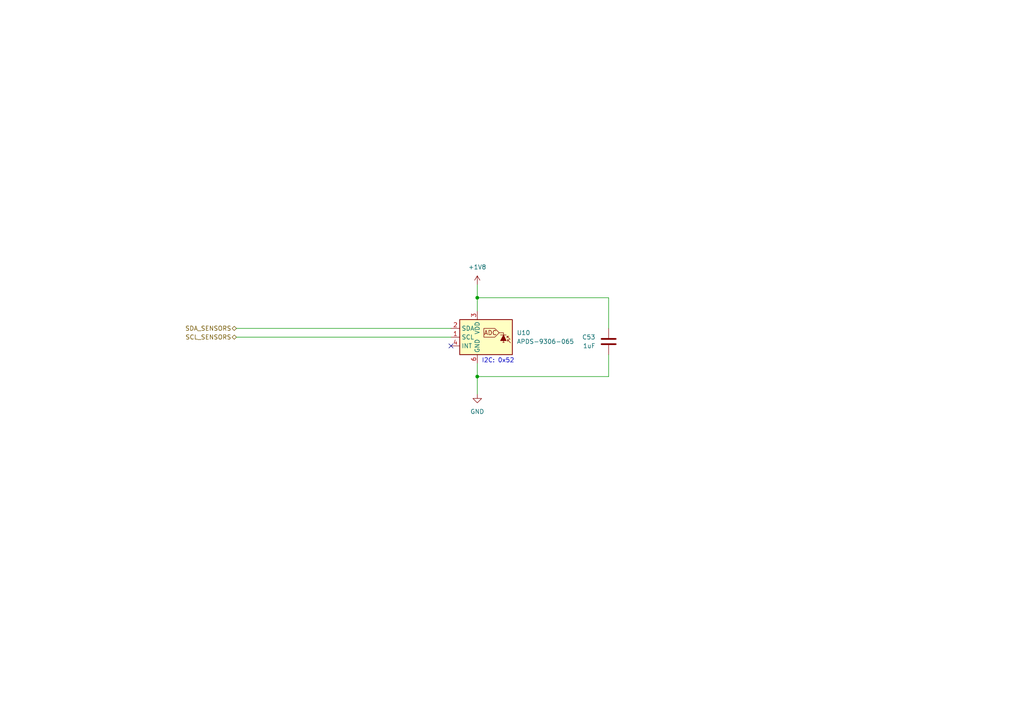
<source format=kicad_sch>
(kicad_sch (version 20211123) (generator eeschema)
  (paper "A4")
  (title_block (title "Ambient Light") (rev "A") (company "Matthew Mirvish") (comment 1 "MWatch -- a cool smartwatch"))
  (lib_symbols
    (symbol "Device:C" (pin_numbers hide) (pin_names (offset 0.254))
      (property "Reference" "C" (at 0.635 2.54 0))
      (property "Value" "C" (at 0.635 -2.54 0))
      (symbol "C_0_1"
        (polyline (pts (xy -2.032 -0.762) (xy 2.032 -0.762)) (stroke (width 0.508)))
        (polyline (pts (xy -2.032 0.762) (xy 2.032 0.762)) (stroke (width 0.508)))
      )
      (symbol "C_1_1"
        (pin passive line (at 0 3.81 270) (length 2.794) (name "~") (number "1"))
        (pin passive line (at 0 -3.81 90) (length 2.794) (name "~") (number "2"))
      )
    )
    (symbol "Sensor_Optical:APDS-9306-065"
      (property "Reference" "U" (at -6.35 6.35 0))
      (property "Value" "APDS-9306-065" (at 3.81 6.35 0))
      (symbol "APDS-9306-065_0_0"
        (polyline (pts (xy -3.81 1.27) (xy -2.54 2.54) (xy 0.635 2.54) (xy 0.635 0) (xy -2.54 0) (xy -3.81 1.27)))
        (text "ADC" (at -1.27 1.27 0) (effects (font (size 1.27 1.27))))
      )
      (symbol "APDS-9306-065_0_1"
        (rectangle (start -7.62 5.08) (end 7.62 -5.08) (stroke (width 0.254)) (fill (type background)))
      )
      (symbol "APDS-9306-065_1_0"
        (polyline (pts (xy -5.08 -1.524) (xy -5.08 1.27) (xy -3.81 1.27)))
      )
      (symbol "APDS-9306-065_1_1"
        (polyline (pts (xy -6.223 -0.762) (xy -7.112 -1.651)))
        (polyline (pts (xy -6.223 -0.762) (xy -6.731 -0.762)))
        (polyline (pts (xy -6.223 -0.762) (xy -6.223 -1.27)))
        (polyline (pts (xy -6.096 0.254) (xy -6.985 -0.635)))
        (polyline (pts (xy -6.096 0.254) (xy -6.604 0.254)))
        (polyline (pts (xy -6.096 0.254) (xy -6.096 -0.254)))
        (polyline (pts (xy -5.842 0.635) (xy -4.191 0.635)))
        (polyline (pts (xy -4.826 -1.524) (xy -5.334 -1.524)))
        (polyline (pts (xy -5.842 -1.016) (xy -4.191 -1.016) (xy -5.08 0.635) (xy -5.842 -1.016)) (fill (type outline)))
        (pin input line (at 10.16 0 180) (length 2.54) (name "SCL") (number "1"))
        (pin bidirectional line (at 10.16 2.54 180) (length 2.54) (name "SDA") (number "2"))
        (pin power_in line (at 2.54 7.62 270) (length 2.54) (name "VDD") (number "3"))
        (pin open_collector line (at 10.16 -2.54 180) (length 2.54) (name "INT") (number "4"))
        (pin no_connect line (at -7.62 2.54 0) (length 2.54) hide (name "NC") (number "5"))
        (pin power_in line (at 2.54 -7.62 90) (length 2.54) (name "GND") (number "6"))
      )
    )
    (symbol "power:+1V8" (power) (pin_names (offset 0))
      (property "Value" "+1V8" (at 0 3.556 0))
      (symbol "+1V8_0_1"
        (polyline (pts (xy -0.762 1.27) (xy 0 2.54)))
        (polyline (pts (xy 0 0) (xy 0 2.54)))
        (polyline (pts (xy 0 2.54) (xy 0.762 1.27)))
      )
      (symbol "+1V8_1_1"
        (pin power_in line (at 0 0 90) (length 0) hide (name "+1V8") (number "1"))
      )
    )
    (symbol "power:GND" (power) (pin_names (offset 0))
      (property "Value" "GND" (at 0 -3.81 0))
      (symbol "GND_0_1"
        (polyline (pts (xy 0 0) (xy 0 -1.27) (xy 1.27 -1.27) (xy 0 -2.54) (xy -1.27 -1.27) (xy 0 -1.27)))
      )
      (symbol "GND_1_1"
        (pin power_in line (at 0 0 270) (length 0) hide (name "GND") (number "1"))
      )
    )
  )
  (junction (at 138.43 86.36))
  (junction (at 138.43 109.22))
  (no_connect (at 130.81 100.33))
  (wire (pts (xy 176.53 95.25) (xy 176.53 86.36)))
  (wire (pts (xy 176.53 109.22) (xy 176.53 102.87)))
  (wire (pts (xy 68.58 95.25) (xy 130.81 95.25)))
  (wire (pts (xy 138.43 86.36) (xy 138.43 82.55)))
  (wire (pts (xy 68.58 97.79) (xy 130.81 97.79)))
  (wire (pts (xy 138.43 109.22) (xy 176.53 109.22)))
  (wire (pts (xy 176.53 86.36) (xy 138.43 86.36)))
  (wire (pts (xy 138.43 109.22) (xy 138.43 114.3)))
  (wire (pts (xy 138.43 86.36) (xy 138.43 90.17)))
  (wire (pts (xy 138.43 105.41) (xy 138.43 109.22)))
  (text "I2C: 0x52" (at 139.7 105.41 0) (effects (font (size 1.27 1.27)) (justify left bottom)))
  (hierarchical_label "SCL_SENSORS" (shape bidirectional) (at 68.58 97.79 180))
  (hierarchical_label "SDA_SENSORS" (shape bidirectional) (at 68.58 95.25 180))
  (symbol (lib_id "Sensor_Optical:APDS-9306-065") (at 140.97 97.79 0) (mirror y) (unit 1)
    (property "Reference" "U10" (at 149.86 96.5199 0) (effects (justify right)))
    (property "Value" "APDS-9306-065" (at 149.86 99.0599 0) (effects (justify right)))
    (property "Footprint" "OptoDevice:Broadcom_DFN-6_2x2mm_P0.65mm" (effects hide))
    (property "Datasheet" "https://docs.broadcom.com/docs/AV02-4755EN" (effects hide))
    (property "Description" "SENSOR AMBIENT LIGHT 6-DFN" (effects hide))
    (property "MPN" "APDS-9306-065" (effects hide))
  )
  (symbol (lib_id "Device:C") (at 176.53 99.06 0) (mirror y) (unit 1)
    (property "Reference" "C53" (at 172.72 97.7899 0) (effects (justify left)))
    (property "Value" "1uF" (at 172.72 100.3299 0) (effects (justify left)))
    (property "Footprint" "Capacitor_SMD:C_0201_0603Metric" (effects hide))
    (property "Description" "CAP CERM 1uF +/10% 25V X5R 0201" (effects hide))
  )
  (symbol (lib_id "power:GND") (at 138.43 114.3 0) (mirror y) (unit 1)
    (property "Reference" "#PWR042" (effects hide))
    (property "Value" "GND" (at 138.43 119.38 0))
  )
  (symbol (lib_id "power:+1V8") (at 138.43 82.55 0) (mirror y) (unit 1)
    (property "Reference" "#PWR041" (effects hide))
    (property "Value" "+1V8" (at 138.43 77.47 0))
  )
)
</source>
